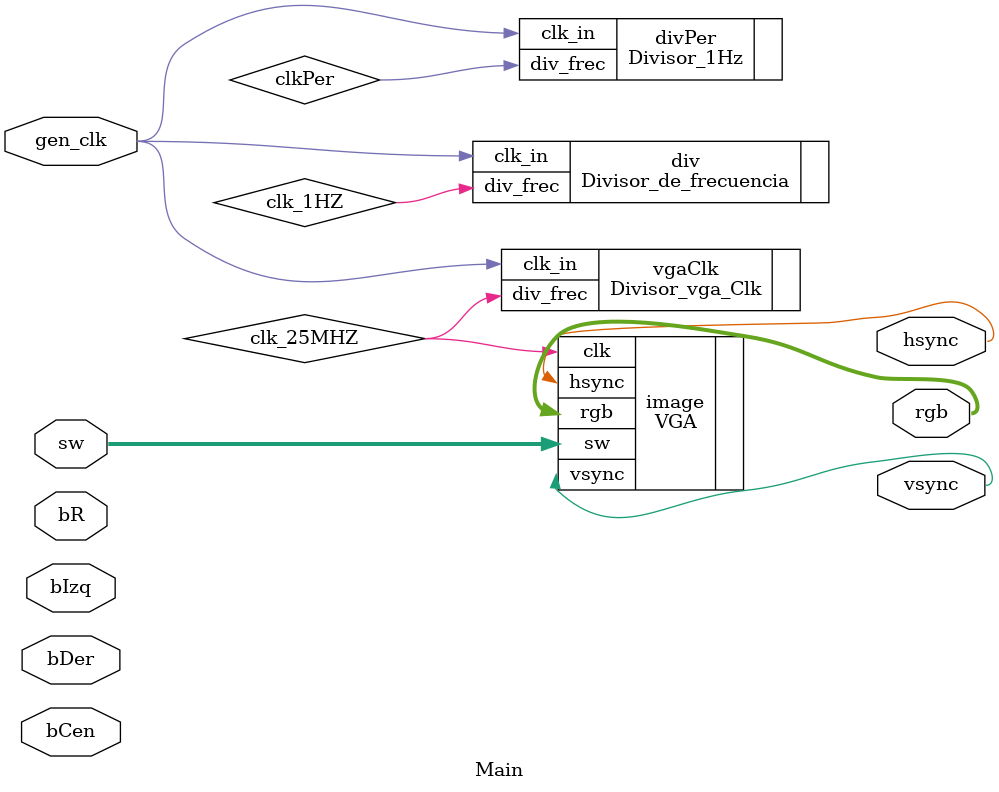
<source format=v>
`include "VGA.v"
`include "Divisor_de_frecuencia.v"
`include "Divisor_1Hz.v"
`include "Divisor_vga_Clk.v"

`timescale 1ns / 1ps
module Main(
    input gen_clk, 
    input [8:0]sw,
	 input bDer, bIzq, bCen,bR,
    output hsync, vsync,
    output [8:0] rgb
    );
	 wire clk_1HZ,clk_25MHZ,clkPer;
	 wire [9:0] w_airplanex,w_gunx,w_bulletx,w_bullety;
	 wire w_col,finish,reset;
	 wire [4:0] w_score;
	 
	 Divisor_de_frecuencia div(.clk_in(gen_clk),.div_frec(clk_1HZ));
	 Divisor_vga_Clk vgaClk(.clk_in(gen_clk),.div_frec(clk_25MHZ));
	 Divisor_1Hz divPer(.clk_in(gen_clk),.div_frec(clkPer));
	 
	 VGA image(.clk(clk_25MHZ), .sw(sw),.hsync(hsync),
					.vsync(vsync),.rgb(rgb));
	 //signal declaration
    reg [8:0] rgb_reg;
    wire video_on;
    wire [9:0] x,y;

endmodule

</source>
